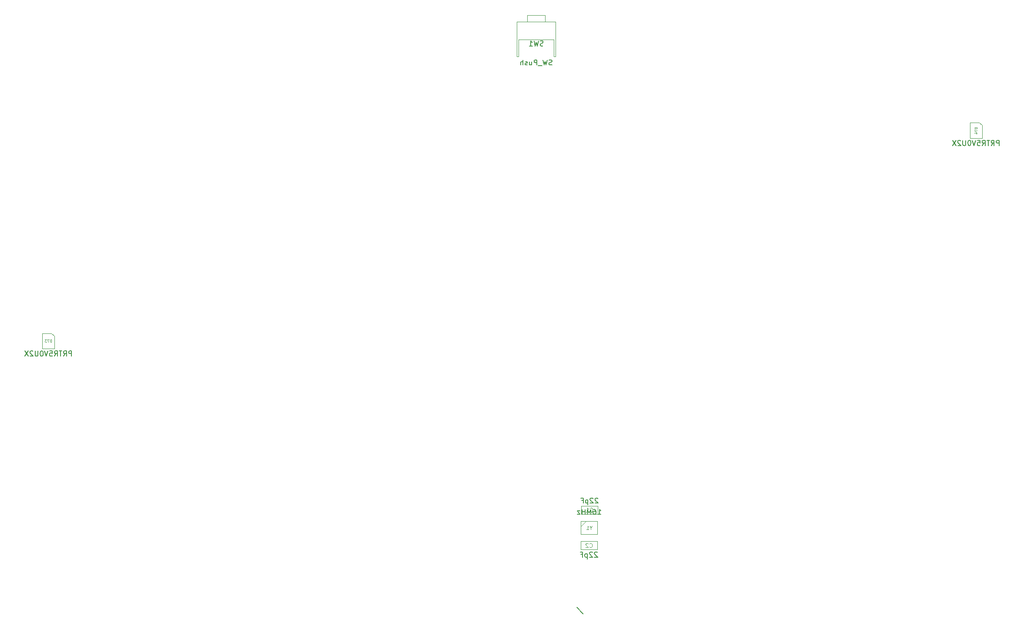
<source format=gbr>
%TF.GenerationSoftware,KiCad,Pcbnew,(5.1.6)-1*%
%TF.CreationDate,2020-07-30T22:43:25+09:00*%
%TF.ProjectId,keyboard_v2,6b657962-6f61-4726-945f-76322e6b6963,rev?*%
%TF.SameCoordinates,Original*%
%TF.FileFunction,Other,Fab,Bot*%
%FSLAX46Y46*%
G04 Gerber Fmt 4.6, Leading zero omitted, Abs format (unit mm)*
G04 Created by KiCad (PCBNEW (5.1.6)-1) date 2020-07-30 22:43:25*
%MOMM*%
%LPD*%
G01*
G04 APERTURE LIST*
%ADD10C,0.150000*%
%ADD11C,0.100000*%
%ADD12C,0.120000*%
%ADD13C,0.075000*%
%ADD14C,0.105000*%
G04 APERTURE END LIST*
D10*
X425190000Y-23870000D02*
X426360000Y-25090000D01*
D11*
%TO.C,C1*%
X425997500Y-4130000D02*
X425997500Y-5730000D01*
X425997500Y-5730000D02*
X429197500Y-5730000D01*
X429197500Y-5730000D02*
X429197500Y-4130000D01*
X429197500Y-4130000D02*
X425997500Y-4130000D01*
%TO.C,D74*%
X501572200Y70524400D02*
X501572200Y67524400D01*
X501572200Y67524400D02*
X503972200Y67524400D01*
X503972200Y67524400D02*
X503972200Y70024400D01*
X503372200Y70524400D02*
X501572200Y70524400D01*
X503372200Y70524400D02*
X503972200Y70024400D01*
%TO.C,D73*%
X322958000Y29513000D02*
X323558000Y29013000D01*
X322958000Y29513000D02*
X321158000Y29513000D01*
X323558000Y26513000D02*
X323558000Y29013000D01*
X321158000Y26513000D02*
X323558000Y26513000D01*
X321158000Y29513000D02*
X321158000Y26513000D01*
%TO.C,SW1*%
X418991000Y91474200D02*
X418991000Y90214200D01*
X415491000Y91474200D02*
X415491000Y90214200D01*
X418991000Y91474200D02*
X415491000Y91474200D01*
X413791000Y83424200D02*
X413791000Y86764200D01*
X420991000Y83424200D02*
X420691000Y83424200D01*
X420691000Y86764200D02*
X413791000Y86764200D01*
X413491000Y83424200D02*
X413491000Y90214200D01*
X420991000Y90214200D02*
X413491000Y90214200D01*
X420991000Y83424200D02*
X420991000Y90214200D01*
X413791000Y83424200D02*
X413491000Y83424200D01*
X420691000Y83424200D02*
X420691000Y86764200D01*
%TO.C,Y1*%
X425950000Y-8110000D02*
X426950000Y-7110000D01*
X429150000Y-9610000D02*
X425950000Y-9610000D01*
X429150000Y-7110000D02*
X429150000Y-9610000D01*
X425950000Y-7110000D02*
X429150000Y-7110000D01*
X425950000Y-9610000D02*
X425950000Y-7110000D01*
%TO.C,C2*%
X429090000Y-12610000D02*
X429090000Y-11010000D01*
X429090000Y-11010000D02*
X425890000Y-11010000D01*
X425890000Y-11010000D02*
X425890000Y-12610000D01*
X425890000Y-12610000D02*
X429090000Y-12610000D01*
%TD*%
%TO.C,C1*%
D10*
X429240357Y-2657619D02*
X429192738Y-2610000D01*
X429097500Y-2562380D01*
X428859404Y-2562380D01*
X428764166Y-2610000D01*
X428716547Y-2657619D01*
X428668928Y-2752857D01*
X428668928Y-2848095D01*
X428716547Y-2990952D01*
X429287976Y-3562380D01*
X428668928Y-3562380D01*
X428287976Y-2657619D02*
X428240357Y-2610000D01*
X428145119Y-2562380D01*
X427907023Y-2562380D01*
X427811785Y-2610000D01*
X427764166Y-2657619D01*
X427716547Y-2752857D01*
X427716547Y-2848095D01*
X427764166Y-2990952D01*
X428335595Y-3562380D01*
X427716547Y-3562380D01*
X427287976Y-2895714D02*
X427287976Y-3895714D01*
X427287976Y-2943333D02*
X427192738Y-2895714D01*
X427002261Y-2895714D01*
X426907023Y-2943333D01*
X426859404Y-2990952D01*
X426811785Y-3086190D01*
X426811785Y-3371904D01*
X426859404Y-3467142D01*
X426907023Y-3514761D01*
X427002261Y-3562380D01*
X427192738Y-3562380D01*
X427287976Y-3514761D01*
X426049880Y-3038571D02*
X426383214Y-3038571D01*
X426383214Y-3562380D02*
X426383214Y-2562380D01*
X425907023Y-2562380D01*
D12*
X427730833Y-5215714D02*
X427768928Y-5253809D01*
X427883214Y-5291904D01*
X427959404Y-5291904D01*
X428073690Y-5253809D01*
X428149880Y-5177619D01*
X428187976Y-5101428D01*
X428226071Y-4949047D01*
X428226071Y-4834761D01*
X428187976Y-4682380D01*
X428149880Y-4606190D01*
X428073690Y-4530000D01*
X427959404Y-4491904D01*
X427883214Y-4491904D01*
X427768928Y-4530000D01*
X427730833Y-4568095D01*
X426968928Y-5291904D02*
X427426071Y-5291904D01*
X427197500Y-5291904D02*
X427197500Y-4491904D01*
X427273690Y-4606190D01*
X427349880Y-4682380D01*
X427426071Y-4720476D01*
%TO.C,D74*%
D10*
X507292200Y66092019D02*
X507292200Y67092019D01*
X506911247Y67092019D01*
X506816009Y67044400D01*
X506768390Y66996780D01*
X506720771Y66901542D01*
X506720771Y66758685D01*
X506768390Y66663447D01*
X506816009Y66615828D01*
X506911247Y66568209D01*
X507292200Y66568209D01*
X505720771Y66092019D02*
X506054104Y66568209D01*
X506292200Y66092019D02*
X506292200Y67092019D01*
X505911247Y67092019D01*
X505816009Y67044400D01*
X505768390Y66996780D01*
X505720771Y66901542D01*
X505720771Y66758685D01*
X505768390Y66663447D01*
X505816009Y66615828D01*
X505911247Y66568209D01*
X506292200Y66568209D01*
X505435057Y67092019D02*
X504863628Y67092019D01*
X505149342Y66092019D02*
X505149342Y67092019D01*
X503958866Y66092019D02*
X504292200Y66568209D01*
X504530295Y66092019D02*
X504530295Y67092019D01*
X504149342Y67092019D01*
X504054104Y67044400D01*
X504006485Y66996780D01*
X503958866Y66901542D01*
X503958866Y66758685D01*
X504006485Y66663447D01*
X504054104Y66615828D01*
X504149342Y66568209D01*
X504530295Y66568209D01*
X503054104Y67092019D02*
X503530295Y67092019D01*
X503577914Y66615828D01*
X503530295Y66663447D01*
X503435057Y66711066D01*
X503196961Y66711066D01*
X503101723Y66663447D01*
X503054104Y66615828D01*
X503006485Y66520590D01*
X503006485Y66282495D01*
X503054104Y66187257D01*
X503101723Y66139638D01*
X503196961Y66092019D01*
X503435057Y66092019D01*
X503530295Y66139638D01*
X503577914Y66187257D01*
X502720771Y67092019D02*
X502387438Y66092019D01*
X502054104Y67092019D01*
X501530295Y67092019D02*
X501435057Y67092019D01*
X501339819Y67044400D01*
X501292200Y66996780D01*
X501244580Y66901542D01*
X501196961Y66711066D01*
X501196961Y66472971D01*
X501244580Y66282495D01*
X501292200Y66187257D01*
X501339819Y66139638D01*
X501435057Y66092019D01*
X501530295Y66092019D01*
X501625533Y66139638D01*
X501673152Y66187257D01*
X501720771Y66282495D01*
X501768390Y66472971D01*
X501768390Y66711066D01*
X501720771Y66901542D01*
X501673152Y66996780D01*
X501625533Y67044400D01*
X501530295Y67092019D01*
X500768390Y67092019D02*
X500768390Y66282495D01*
X500720771Y66187257D01*
X500673152Y66139638D01*
X500577914Y66092019D01*
X500387438Y66092019D01*
X500292200Y66139638D01*
X500244580Y66187257D01*
X500196961Y66282495D01*
X500196961Y67092019D01*
X499768390Y66996780D02*
X499720771Y67044400D01*
X499625533Y67092019D01*
X499387438Y67092019D01*
X499292200Y67044400D01*
X499244580Y66996780D01*
X499196961Y66901542D01*
X499196961Y66806304D01*
X499244580Y66663447D01*
X499816009Y66092019D01*
X499196961Y66092019D01*
X498863628Y67092019D02*
X498196961Y66092019D01*
X498196961Y67092019D02*
X498863628Y66092019D01*
D13*
X502998390Y69631542D02*
X502498390Y69631542D01*
X502498390Y69512495D01*
X502522200Y69441066D01*
X502569819Y69393447D01*
X502617438Y69369638D01*
X502712676Y69345828D01*
X502784104Y69345828D01*
X502879342Y69369638D01*
X502926961Y69393447D01*
X502974580Y69441066D01*
X502998390Y69512495D01*
X502998390Y69631542D01*
X502498390Y69179161D02*
X502498390Y68845828D01*
X502998390Y69060114D01*
X502665057Y68441066D02*
X502998390Y68441066D01*
X502474580Y68560114D02*
X502831723Y68679161D01*
X502831723Y68369638D01*
%TO.C,D73*%
D10*
X326878000Y25080619D02*
X326878000Y26080619D01*
X326497047Y26080619D01*
X326401809Y26033000D01*
X326354190Y25985380D01*
X326306571Y25890142D01*
X326306571Y25747285D01*
X326354190Y25652047D01*
X326401809Y25604428D01*
X326497047Y25556809D01*
X326878000Y25556809D01*
X325306571Y25080619D02*
X325639904Y25556809D01*
X325878000Y25080619D02*
X325878000Y26080619D01*
X325497047Y26080619D01*
X325401809Y26033000D01*
X325354190Y25985380D01*
X325306571Y25890142D01*
X325306571Y25747285D01*
X325354190Y25652047D01*
X325401809Y25604428D01*
X325497047Y25556809D01*
X325878000Y25556809D01*
X325020857Y26080619D02*
X324449428Y26080619D01*
X324735142Y25080619D02*
X324735142Y26080619D01*
X323544666Y25080619D02*
X323878000Y25556809D01*
X324116095Y25080619D02*
X324116095Y26080619D01*
X323735142Y26080619D01*
X323639904Y26033000D01*
X323592285Y25985380D01*
X323544666Y25890142D01*
X323544666Y25747285D01*
X323592285Y25652047D01*
X323639904Y25604428D01*
X323735142Y25556809D01*
X324116095Y25556809D01*
X322639904Y26080619D02*
X323116095Y26080619D01*
X323163714Y25604428D01*
X323116095Y25652047D01*
X323020857Y25699666D01*
X322782761Y25699666D01*
X322687523Y25652047D01*
X322639904Y25604428D01*
X322592285Y25509190D01*
X322592285Y25271095D01*
X322639904Y25175857D01*
X322687523Y25128238D01*
X322782761Y25080619D01*
X323020857Y25080619D01*
X323116095Y25128238D01*
X323163714Y25175857D01*
X322306571Y26080619D02*
X321973238Y25080619D01*
X321639904Y26080619D01*
X321116095Y26080619D02*
X321020857Y26080619D01*
X320925619Y26033000D01*
X320878000Y25985380D01*
X320830380Y25890142D01*
X320782761Y25699666D01*
X320782761Y25461571D01*
X320830380Y25271095D01*
X320878000Y25175857D01*
X320925619Y25128238D01*
X321020857Y25080619D01*
X321116095Y25080619D01*
X321211333Y25128238D01*
X321258952Y25175857D01*
X321306571Y25271095D01*
X321354190Y25461571D01*
X321354190Y25699666D01*
X321306571Y25890142D01*
X321258952Y25985380D01*
X321211333Y26033000D01*
X321116095Y26080619D01*
X320354190Y26080619D02*
X320354190Y25271095D01*
X320306571Y25175857D01*
X320258952Y25128238D01*
X320163714Y25080619D01*
X319973238Y25080619D01*
X319878000Y25128238D01*
X319830380Y25175857D01*
X319782761Y25271095D01*
X319782761Y26080619D01*
X319354190Y25985380D02*
X319306571Y26033000D01*
X319211333Y26080619D01*
X318973238Y26080619D01*
X318878000Y26033000D01*
X318830380Y25985380D01*
X318782761Y25890142D01*
X318782761Y25794904D01*
X318830380Y25652047D01*
X319401809Y25080619D01*
X318782761Y25080619D01*
X318449428Y26080619D02*
X317782761Y25080619D01*
X317782761Y26080619D02*
X318449428Y25080619D01*
D13*
X322965142Y27786809D02*
X322965142Y28286809D01*
X322846095Y28286809D01*
X322774666Y28263000D01*
X322727047Y28215380D01*
X322703238Y28167761D01*
X322679428Y28072523D01*
X322679428Y28001095D01*
X322703238Y27905857D01*
X322727047Y27858238D01*
X322774666Y27810619D01*
X322846095Y27786809D01*
X322965142Y27786809D01*
X322512761Y28286809D02*
X322179428Y28286809D01*
X322393714Y27786809D01*
X322036571Y28286809D02*
X321727047Y28286809D01*
X321893714Y28096333D01*
X321822285Y28096333D01*
X321774666Y28072523D01*
X321750857Y28048714D01*
X321727047Y28001095D01*
X321727047Y27882047D01*
X321750857Y27834428D01*
X321774666Y27810619D01*
X321822285Y27786809D01*
X321965142Y27786809D01*
X322012761Y27810619D01*
X322036571Y27834428D01*
%TO.C,SW1*%
D10*
X420288619Y81829558D02*
X420145761Y81781939D01*
X419907666Y81781939D01*
X419812428Y81829558D01*
X419764809Y81877177D01*
X419717190Y81972415D01*
X419717190Y82067653D01*
X419764809Y82162891D01*
X419812428Y82210510D01*
X419907666Y82258129D01*
X420098142Y82305748D01*
X420193380Y82353367D01*
X420241000Y82400986D01*
X420288619Y82496224D01*
X420288619Y82591462D01*
X420241000Y82686700D01*
X420193380Y82734320D01*
X420098142Y82781939D01*
X419860047Y82781939D01*
X419717190Y82734320D01*
X419383857Y82781939D02*
X419145761Y81781939D01*
X418955285Y82496224D01*
X418764809Y81781939D01*
X418526714Y82781939D01*
X418383857Y81686700D02*
X417621952Y81686700D01*
X417383857Y81781939D02*
X417383857Y82781939D01*
X417002904Y82781939D01*
X416907666Y82734320D01*
X416860047Y82686700D01*
X416812428Y82591462D01*
X416812428Y82448605D01*
X416860047Y82353367D01*
X416907666Y82305748D01*
X417002904Y82258129D01*
X417383857Y82258129D01*
X415955285Y82448605D02*
X415955285Y81781939D01*
X416383857Y82448605D02*
X416383857Y81924796D01*
X416336238Y81829558D01*
X416241000Y81781939D01*
X416098142Y81781939D01*
X416002904Y81829558D01*
X415955285Y81877177D01*
X415526714Y81829558D02*
X415431476Y81781939D01*
X415241000Y81781939D01*
X415145761Y81829558D01*
X415098142Y81924796D01*
X415098142Y81972415D01*
X415145761Y82067653D01*
X415241000Y82115272D01*
X415383857Y82115272D01*
X415479095Y82162891D01*
X415526714Y82258129D01*
X415526714Y82305748D01*
X415479095Y82400986D01*
X415383857Y82448605D01*
X415241000Y82448605D01*
X415145761Y82400986D01*
X414669571Y81781939D02*
X414669571Y82781939D01*
X414241000Y81781939D02*
X414241000Y82305748D01*
X414288619Y82400986D01*
X414383857Y82448605D01*
X414526714Y82448605D01*
X414621952Y82400986D01*
X414669571Y82353367D01*
X418574333Y85539438D02*
X418431476Y85491819D01*
X418193380Y85491819D01*
X418098142Y85539438D01*
X418050523Y85587057D01*
X418002904Y85682295D01*
X418002904Y85777533D01*
X418050523Y85872771D01*
X418098142Y85920390D01*
X418193380Y85968009D01*
X418383857Y86015628D01*
X418479095Y86063247D01*
X418526714Y86110866D01*
X418574333Y86206104D01*
X418574333Y86301342D01*
X418526714Y86396580D01*
X418479095Y86444200D01*
X418383857Y86491819D01*
X418145761Y86491819D01*
X418002904Y86444200D01*
X417669571Y86491819D02*
X417431476Y85491819D01*
X417241000Y86206104D01*
X417050523Y85491819D01*
X416812428Y86491819D01*
X415907666Y85491819D02*
X416479095Y85491819D01*
X416193380Y85491819D02*
X416193380Y86491819D01*
X416288619Y86348961D01*
X416383857Y86253723D01*
X416479095Y86206104D01*
%TO.C,Y1*%
X429240476Y-5762380D02*
X429811904Y-5762380D01*
X429526190Y-5762380D02*
X429526190Y-4762380D01*
X429621428Y-4905238D01*
X429716666Y-5000476D01*
X429811904Y-5048095D01*
X428383333Y-4762380D02*
X428573809Y-4762380D01*
X428669047Y-4810000D01*
X428716666Y-4857619D01*
X428811904Y-5000476D01*
X428859523Y-5190952D01*
X428859523Y-5571904D01*
X428811904Y-5667142D01*
X428764285Y-5714761D01*
X428669047Y-5762380D01*
X428478571Y-5762380D01*
X428383333Y-5714761D01*
X428335714Y-5667142D01*
X428288095Y-5571904D01*
X428288095Y-5333809D01*
X428335714Y-5238571D01*
X428383333Y-5190952D01*
X428478571Y-5143333D01*
X428669047Y-5143333D01*
X428764285Y-5190952D01*
X428811904Y-5238571D01*
X428859523Y-5333809D01*
X427859523Y-5762380D02*
X427859523Y-4762380D01*
X427526190Y-5476666D01*
X427192857Y-4762380D01*
X427192857Y-5762380D01*
X426716666Y-5762380D02*
X426716666Y-4762380D01*
X426716666Y-5238571D02*
X426145238Y-5238571D01*
X426145238Y-5762380D02*
X426145238Y-4762380D01*
X425764285Y-5095714D02*
X425240476Y-5095714D01*
X425764285Y-5762380D01*
X425240476Y-5762380D01*
D14*
X427883333Y-8343333D02*
X427883333Y-8676666D01*
X428116666Y-7976666D02*
X427883333Y-8343333D01*
X427650000Y-7976666D01*
X427050000Y-8676666D02*
X427450000Y-8676666D01*
X427250000Y-8676666D02*
X427250000Y-7976666D01*
X427316666Y-8076666D01*
X427383333Y-8143333D01*
X427450000Y-8176666D01*
%TO.C,C2*%
D10*
X429132857Y-13177619D02*
X429085238Y-13130000D01*
X428990000Y-13082380D01*
X428751904Y-13082380D01*
X428656666Y-13130000D01*
X428609047Y-13177619D01*
X428561428Y-13272857D01*
X428561428Y-13368095D01*
X428609047Y-13510952D01*
X429180476Y-14082380D01*
X428561428Y-14082380D01*
X428180476Y-13177619D02*
X428132857Y-13130000D01*
X428037619Y-13082380D01*
X427799523Y-13082380D01*
X427704285Y-13130000D01*
X427656666Y-13177619D01*
X427609047Y-13272857D01*
X427609047Y-13368095D01*
X427656666Y-13510952D01*
X428228095Y-14082380D01*
X427609047Y-14082380D01*
X427180476Y-13415714D02*
X427180476Y-14415714D01*
X427180476Y-13463333D02*
X427085238Y-13415714D01*
X426894761Y-13415714D01*
X426799523Y-13463333D01*
X426751904Y-13510952D01*
X426704285Y-13606190D01*
X426704285Y-13891904D01*
X426751904Y-13987142D01*
X426799523Y-14034761D01*
X426894761Y-14082380D01*
X427085238Y-14082380D01*
X427180476Y-14034761D01*
X425942380Y-13558571D02*
X426275714Y-13558571D01*
X426275714Y-14082380D02*
X426275714Y-13082380D01*
X425799523Y-13082380D01*
D12*
X427623333Y-12095714D02*
X427661428Y-12133809D01*
X427775714Y-12171904D01*
X427851904Y-12171904D01*
X427966190Y-12133809D01*
X428042380Y-12057619D01*
X428080476Y-11981428D01*
X428118571Y-11829047D01*
X428118571Y-11714761D01*
X428080476Y-11562380D01*
X428042380Y-11486190D01*
X427966190Y-11410000D01*
X427851904Y-11371904D01*
X427775714Y-11371904D01*
X427661428Y-11410000D01*
X427623333Y-11448095D01*
X427318571Y-11448095D02*
X427280476Y-11410000D01*
X427204285Y-11371904D01*
X427013809Y-11371904D01*
X426937619Y-11410000D01*
X426899523Y-11448095D01*
X426861428Y-11524285D01*
X426861428Y-11600476D01*
X426899523Y-11714761D01*
X427356666Y-12171904D01*
X426861428Y-12171904D01*
%TD*%
M02*

</source>
